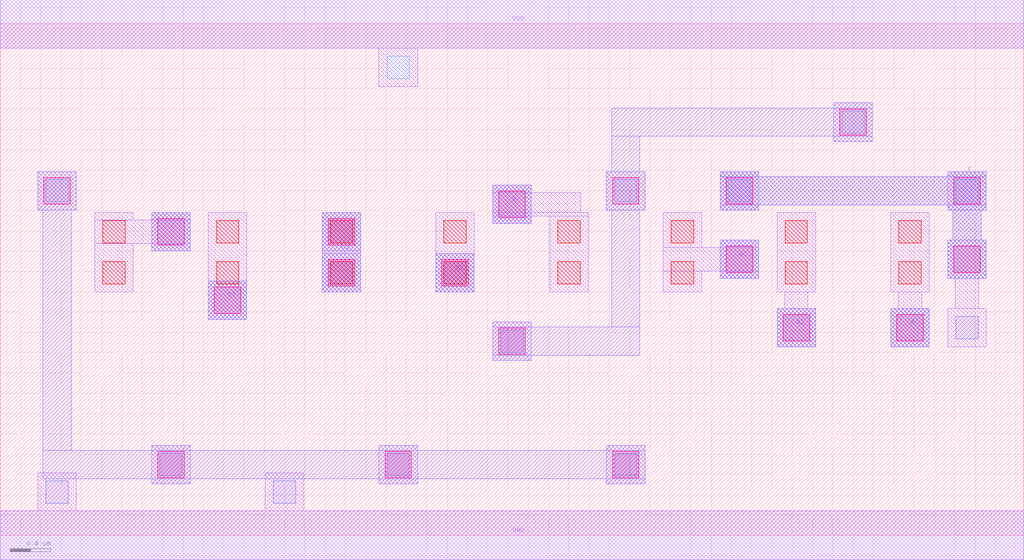
<source format=lef>
MACRO AOOAI323
 CLASS CORE ;
 FOREIGN AOOAI323 0 0 ;
 SIZE 10.08 BY 5.04 ;
 ORIGIN 0 0 ;
 SYMMETRY X Y R90 ;
 SITE unit ;
  PIN VDD
   DIRECTION INOUT ;
   USE POWER ;
   SHAPE ABUTMENT ;
    PORT
     CLASS CORE ;
       LAYER met1 ;
        RECT 0.00000000 4.80000000 10.08000000 5.28000000 ;
    END
  END VDD

  PIN GND
   DIRECTION INOUT ;
   USE POWER ;
   SHAPE ABUTMENT ;
    PORT
     CLASS CORE ;
       LAYER met1 ;
        RECT 0.00000000 -0.24000000 10.08000000 0.24000000 ;
    END
  END GND

  PIN Y
   DIRECTION INOUT ;
   USE SIGNAL ;
   SHAPE ABUTMENT ;
    PORT
     CLASS CORE ;
       LAYER met2 ;
        RECT 9.33000000 2.53200000 9.71000000 2.91200000 ;
        RECT 9.38000000 2.91200000 9.66000000 3.20700000 ;
        RECT 7.09000000 3.20700000 7.47000000 3.25700000 ;
        RECT 9.33000000 3.20700000 9.71000000 3.25700000 ;
        RECT 7.09000000 3.25700000 9.71000000 3.53700000 ;
        RECT 7.09000000 3.53700000 7.47000000 3.58700000 ;
        RECT 9.33000000 3.53700000 9.71000000 3.58700000 ;
    END
  END Y

  PIN B1
   DIRECTION INOUT ;
   USE SIGNAL ;
   SHAPE ABUTMENT ;
    PORT
     CLASS CORE ;
       LAYER met2 ;
        RECT 4.29000000 2.39700000 4.67000000 2.77700000 ;
    END
  END B1

  PIN A1
   DIRECTION INOUT ;
   USE SIGNAL ;
   SHAPE ABUTMENT ;
    PORT
     CLASS CORE ;
       LAYER met2 ;
        RECT 7.65000000 1.85700000 8.03000000 2.23700000 ;
    END
  END A1

  PIN B
   DIRECTION INOUT ;
   USE SIGNAL ;
   SHAPE ABUTMENT ;
    PORT
     CLASS CORE ;
       LAYER met2 ;
        RECT 4.85000000 3.07200000 5.23000000 3.45200000 ;
    END
  END B

  PIN C
   DIRECTION INOUT ;
   USE SIGNAL ;
   SHAPE ABUTMENT ;
    PORT
     CLASS CORE ;
       LAYER met2 ;
        RECT 1.49000000 2.80200000 1.87000000 3.18200000 ;
    END
  END C

  PIN C1
   DIRECTION INOUT ;
   USE SIGNAL ;
   SHAPE ABUTMENT ;
    PORT
     CLASS CORE ;
       LAYER met2 ;
        RECT 2.05000000 2.12700000 2.43000000 2.50700000 ;
    END
  END C1

  PIN A
   DIRECTION INOUT ;
   USE SIGNAL ;
   SHAPE ABUTMENT ;
    PORT
     CLASS CORE ;
       LAYER met2 ;
        RECT 8.77000000 1.85700000 9.15000000 2.23700000 ;
    END
  END A

  PIN A2
   DIRECTION INOUT ;
   USE SIGNAL ;
   SHAPE ABUTMENT ;
    PORT
     CLASS CORE ;
       LAYER met2 ;
        RECT 7.09000000 2.53200000 7.47000000 2.91200000 ;
    END
  END A2

  PIN C2
   DIRECTION INOUT ;
   USE SIGNAL ;
   SHAPE ABUTMENT ;
    PORT
     CLASS CORE ;
       LAYER met2 ;
        RECT 3.17000000 2.39700000 3.55000000 3.18200000 ;
    END
  END C2

 OBS
    LAYER polycont ;
     RECT 1.01000000 2.47700000 1.23000000 2.69700000 ;
     RECT 2.13000000 2.47700000 2.35000000 2.69700000 ;
     RECT 3.25000000 2.47700000 3.47000000 2.69700000 ;
     RECT 4.37000000 2.47700000 4.59000000 2.69700000 ;
     RECT 5.49000000 2.47700000 5.71000000 2.69700000 ;
     RECT 6.61000000 2.47700000 6.83000000 2.69700000 ;
     RECT 7.73000000 2.47700000 7.95000000 2.69700000 ;
     RECT 8.85000000 2.47700000 9.07000000 2.69700000 ;
     RECT 1.01000000 2.88200000 1.23000000 3.10200000 ;
     RECT 2.13000000 2.88200000 2.35000000 3.10200000 ;
     RECT 3.25000000 2.88200000 3.47000000 3.10200000 ;
     RECT 4.37000000 2.88200000 4.59000000 3.10200000 ;
     RECT 5.49000000 2.88200000 5.71000000 3.10200000 ;
     RECT 6.61000000 2.88200000 6.83000000 3.10200000 ;
     RECT 7.73000000 2.88200000 7.95000000 3.10200000 ;
     RECT 8.85000000 2.88200000 9.07000000 3.10200000 ;

    LAYER pdiffc ;
     RECT 0.45000000 3.28700000 0.67000000 3.50700000 ;
     RECT 6.05000000 3.28700000 6.27000000 3.50700000 ;
     RECT 7.17000000 3.28700000 7.39000000 3.50700000 ;
     RECT 9.41000000 3.28700000 9.63000000 3.50700000 ;
     RECT 8.29000000 3.96200000 8.51000000 4.18200000 ;
     RECT 3.81000000 4.50200000 4.03000000 4.72200000 ;

    LAYER ndiffc ;
     RECT 0.45000000 0.31700000 0.67000000 0.53700000 ;
     RECT 2.69000000 0.31700000 2.91000000 0.53700000 ;
     RECT 1.57000000 0.58700000 1.79000000 0.80700000 ;
     RECT 3.81000000 0.58700000 4.03000000 0.80700000 ;
     RECT 6.05000000 0.58700000 6.27000000 0.80700000 ;
     RECT 4.93000000 1.80200000 5.15000000 2.02200000 ;
     RECT 9.41000000 1.93700000 9.63000000 2.15700000 ;

    LAYER met1 ;
     RECT 0.00000000 -0.24000000 10.08000000 0.24000000 ;
     RECT 0.37000000 0.24000000 0.75000000 0.61700000 ;
     RECT 2.61000000 0.24000000 2.99000000 0.61700000 ;
     RECT 1.49000000 0.50700000 1.87000000 0.88700000 ;
     RECT 3.73000000 0.50700000 4.11000000 0.88700000 ;
     RECT 5.97000000 0.50700000 6.35000000 0.88700000 ;
     RECT 4.85000000 1.72200000 5.23000000 2.10200000 ;
     RECT 3.17000000 2.39700000 3.55000000 2.77700000 ;
     RECT 9.33000000 1.85700000 9.71000000 2.23700000 ;
     RECT 9.40500000 2.23700000 9.63500000 2.53200000 ;
     RECT 9.33000000 2.53200000 9.71000000 2.91200000 ;
     RECT 0.93000000 2.39700000 1.31000000 2.87700000 ;
     RECT 1.49000000 2.80200000 1.87000000 2.87700000 ;
     RECT 0.93000000 2.87700000 1.87000000 3.10700000 ;
     RECT 0.93000000 3.10700000 1.31000000 3.18200000 ;
     RECT 1.49000000 3.10700000 1.87000000 3.18200000 ;
     RECT 2.05000000 2.12700000 2.43000000 3.18200000 ;
     RECT 3.17000000 2.80200000 3.55000000 3.18200000 ;
     RECT 4.29000000 2.39700000 4.67000000 3.18200000 ;
     RECT 6.53000000 2.39700000 6.91000000 2.60700000 ;
     RECT 7.09000000 2.53200000 7.47000000 2.60700000 ;
     RECT 6.53000000 2.60700000 7.47000000 2.83700000 ;
     RECT 7.09000000 2.83700000 7.47000000 2.91200000 ;
     RECT 6.53000000 2.83700000 6.91000000 3.18200000 ;
     RECT 7.65000000 1.85700000 8.03000000 2.23700000 ;
     RECT 7.72500000 2.23700000 7.95500000 2.39700000 ;
     RECT 7.65000000 2.39700000 8.03000000 3.18200000 ;
     RECT 8.77000000 1.85700000 9.15000000 2.23700000 ;
     RECT 8.84500000 2.23700000 9.07500000 2.39700000 ;
     RECT 8.77000000 2.39700000 9.15000000 3.18200000 ;
     RECT 4.85000000 3.07200000 5.23000000 3.14700000 ;
     RECT 5.41000000 2.39700000 5.79000000 3.14700000 ;
     RECT 4.85000000 3.14700000 5.79000000 3.18200000 ;
     RECT 4.85000000 3.18200000 5.71500000 3.37700000 ;
     RECT 4.85000000 3.37700000 5.23000000 3.45200000 ;
     RECT 0.37000000 3.20700000 0.75000000 3.58700000 ;
     RECT 5.97000000 3.20700000 6.35000000 3.58700000 ;
     RECT 7.09000000 3.20700000 7.47000000 3.58700000 ;
     RECT 9.33000000 3.20700000 9.71000000 3.58700000 ;
     RECT 8.21000000 3.88200000 8.59000000 4.26200000 ;
     RECT 3.73000000 4.42200000 4.11000000 4.80000000 ;
     RECT 0.00000000 4.80000000 10.08000000 5.28000000 ;

    LAYER via1 ;
     RECT 1.55000000 0.56700000 1.81000000 0.82700000 ;
     RECT 3.79000000 0.56700000 4.05000000 0.82700000 ;
     RECT 6.03000000 0.56700000 6.29000000 0.82700000 ;
     RECT 4.91000000 1.78200000 5.17000000 2.04200000 ;
     RECT 7.71000000 1.91700000 7.97000000 2.17700000 ;
     RECT 8.83000000 1.91700000 9.09000000 2.17700000 ;
     RECT 2.11000000 2.18700000 2.37000000 2.44700000 ;
     RECT 3.23000000 2.45700000 3.49000000 2.71700000 ;
     RECT 4.35000000 2.45700000 4.61000000 2.71700000 ;
     RECT 7.15000000 2.59200000 7.41000000 2.85200000 ;
     RECT 9.39000000 2.59200000 9.65000000 2.85200000 ;
     RECT 1.55000000 2.86200000 1.81000000 3.12200000 ;
     RECT 3.23000000 2.86200000 3.49000000 3.12200000 ;
     RECT 4.91000000 3.13200000 5.17000000 3.39200000 ;
     RECT 0.43000000 3.26700000 0.69000000 3.52700000 ;
     RECT 6.03000000 3.26700000 6.29000000 3.52700000 ;
     RECT 7.15000000 3.26700000 7.41000000 3.52700000 ;
     RECT 9.39000000 3.26700000 9.65000000 3.52700000 ;
     RECT 8.27000000 3.94200000 8.53000000 4.20200000 ;

    LAYER met2 ;
     RECT 7.65000000 1.85700000 8.03000000 2.23700000 ;
     RECT 8.77000000 1.85700000 9.15000000 2.23700000 ;
     RECT 2.05000000 2.12700000 2.43000000 2.50700000 ;
     RECT 4.29000000 2.39700000 4.67000000 2.77700000 ;
     RECT 7.09000000 2.53200000 7.47000000 2.91200000 ;
     RECT 1.49000000 2.80200000 1.87000000 3.18200000 ;
     RECT 3.17000000 2.39700000 3.55000000 3.18200000 ;
     RECT 4.85000000 3.07200000 5.23000000 3.45200000 ;
     RECT 1.49000000 0.50700000 1.87000000 0.55700000 ;
     RECT 3.73000000 0.50700000 4.11000000 0.55700000 ;
     RECT 5.97000000 0.50700000 6.35000000 0.55700000 ;
     RECT 0.42000000 0.55700000 6.35000000 0.83700000 ;
     RECT 1.49000000 0.83700000 1.87000000 0.88700000 ;
     RECT 3.73000000 0.83700000 4.11000000 0.88700000 ;
     RECT 5.97000000 0.83700000 6.35000000 0.88700000 ;
     RECT 0.42000000 0.83700000 0.70000000 3.20700000 ;
     RECT 0.37000000 3.20700000 0.75000000 3.58700000 ;
     RECT 9.33000000 2.53200000 9.71000000 2.91200000 ;
     RECT 9.38000000 2.91200000 9.66000000 3.20700000 ;
     RECT 7.09000000 3.20700000 7.47000000 3.25700000 ;
     RECT 9.33000000 3.20700000 9.71000000 3.25700000 ;
     RECT 7.09000000 3.25700000 9.71000000 3.53700000 ;
     RECT 7.09000000 3.53700000 7.47000000 3.58700000 ;
     RECT 9.33000000 3.53700000 9.71000000 3.58700000 ;
     RECT 4.85000000 1.72200000 5.23000000 1.77200000 ;
     RECT 4.85000000 1.77200000 6.30000000 2.05200000 ;
     RECT 4.85000000 2.05200000 5.23000000 2.10200000 ;
     RECT 6.02000000 2.05200000 6.30000000 3.20700000 ;
     RECT 5.97000000 3.20700000 6.35000000 3.58700000 ;
     RECT 6.02000000 3.58700000 6.30000000 3.93200000 ;
     RECT 8.21000000 3.88200000 8.59000000 3.93200000 ;
     RECT 6.02000000 3.93200000 8.59000000 4.21200000 ;
     RECT 8.21000000 4.21200000 8.59000000 4.26200000 ;

 END
END AOOAI323

</source>
